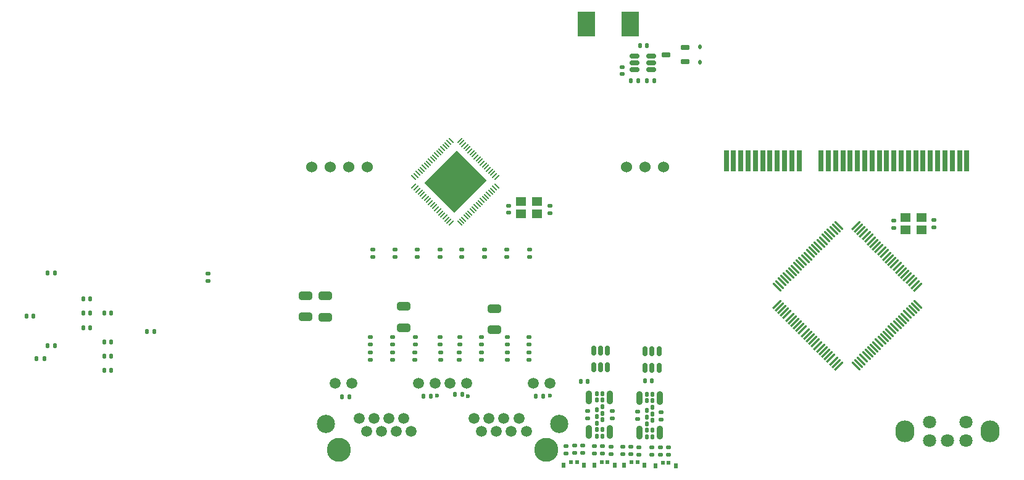
<source format=gbr>
%TF.GenerationSoftware,KiCad,Pcbnew,8.0.1*%
%TF.CreationDate,2024-05-07T15:17:13+02:00*%
%TF.ProjectId,WCH-Eth-Base,5743482d-4574-4682-9d42-6173652e6b69,rev?*%
%TF.SameCoordinates,Original*%
%TF.FileFunction,Copper,L6,Bot*%
%TF.FilePolarity,Positive*%
%FSLAX46Y46*%
G04 Gerber Fmt 4.6, Leading zero omitted, Abs format (unit mm)*
G04 Created by KiCad (PCBNEW 8.0.1) date 2024-05-07 15:17:13*
%MOMM*%
%LPD*%
G01*
G04 APERTURE LIST*
G04 Aperture macros list*
%AMRoundRect*
0 Rectangle with rounded corners*
0 $1 Rounding radius*
0 $2 $3 $4 $5 $6 $7 $8 $9 X,Y pos of 4 corners*
0 Add a 4 corners polygon primitive as box body*
4,1,4,$2,$3,$4,$5,$6,$7,$8,$9,$2,$3,0*
0 Add four circle primitives for the rounded corners*
1,1,$1+$1,$2,$3*
1,1,$1+$1,$4,$5*
1,1,$1+$1,$6,$7*
1,1,$1+$1,$8,$9*
0 Add four rect primitives between the rounded corners*
20,1,$1+$1,$2,$3,$4,$5,0*
20,1,$1+$1,$4,$5,$6,$7,0*
20,1,$1+$1,$6,$7,$8,$9,0*
20,1,$1+$1,$8,$9,$2,$3,0*%
%AMRotRect*
0 Rectangle, with rotation*
0 The origin of the aperture is its center*
0 $1 length*
0 $2 width*
0 $3 Rotation angle, in degrees counterclockwise*
0 Add horizontal line*
21,1,$1,$2,0,0,$3*%
G04 Aperture macros list end*
%TA.AperFunction,ComponentPad*%
%ADD10C,3.300000*%
%TD*%
%TA.AperFunction,ComponentPad*%
%ADD11C,1.520000*%
%TD*%
%TA.AperFunction,ComponentPad*%
%ADD12C,2.500000*%
%TD*%
%TA.AperFunction,ComponentPad*%
%ADD13O,0.550000X0.700000*%
%TD*%
%TA.AperFunction,ComponentPad*%
%ADD14O,0.900000X1.900000*%
%TD*%
%TA.AperFunction,ComponentPad*%
%ADD15O,2.600000X3.000000*%
%TD*%
%TA.AperFunction,ComponentPad*%
%ADD16C,1.800000*%
%TD*%
%TA.AperFunction,SMDPad,CuDef*%
%ADD17R,0.700000X3.000000*%
%TD*%
%TA.AperFunction,ComponentPad*%
%ADD18C,1.524000*%
%TD*%
%TA.AperFunction,SMDPad,CuDef*%
%ADD19RoundRect,0.140000X0.140000X0.170000X-0.140000X0.170000X-0.140000X-0.170000X0.140000X-0.170000X0*%
%TD*%
%TA.AperFunction,SMDPad,CuDef*%
%ADD20RoundRect,0.140000X0.170000X-0.140000X0.170000X0.140000X-0.170000X0.140000X-0.170000X-0.140000X0*%
%TD*%
%TA.AperFunction,SMDPad,CuDef*%
%ADD21RoundRect,0.135000X-0.185000X0.135000X-0.185000X-0.135000X0.185000X-0.135000X0.185000X0.135000X0*%
%TD*%
%TA.AperFunction,SMDPad,CuDef*%
%ADD22RoundRect,0.135000X0.135000X0.185000X-0.135000X0.185000X-0.135000X-0.185000X0.135000X-0.185000X0*%
%TD*%
%TA.AperFunction,SMDPad,CuDef*%
%ADD23RoundRect,0.135000X0.185000X-0.135000X0.185000X0.135000X-0.185000X0.135000X-0.185000X-0.135000X0*%
%TD*%
%TA.AperFunction,SMDPad,CuDef*%
%ADD24R,0.550000X0.800000*%
%TD*%
%TA.AperFunction,SMDPad,CuDef*%
%ADD25R,0.500000X0.500000*%
%TD*%
%TA.AperFunction,SMDPad,CuDef*%
%ADD26R,1.400000X1.200000*%
%TD*%
%TA.AperFunction,SMDPad,CuDef*%
%ADD27RoundRect,0.150000X-0.150000X0.512500X-0.150000X-0.512500X0.150000X-0.512500X0.150000X0.512500X0*%
%TD*%
%TA.AperFunction,SMDPad,CuDef*%
%ADD28RoundRect,0.150000X0.512500X0.150000X-0.512500X0.150000X-0.512500X-0.150000X0.512500X-0.150000X0*%
%TD*%
%TA.AperFunction,SMDPad,CuDef*%
%ADD29RoundRect,0.250000X0.650000X-0.325000X0.650000X0.325000X-0.650000X0.325000X-0.650000X-0.325000X0*%
%TD*%
%TA.AperFunction,SMDPad,CuDef*%
%ADD30R,2.350000X3.500000*%
%TD*%
%TA.AperFunction,SMDPad,CuDef*%
%ADD31RoundRect,0.140000X-0.170000X0.140000X-0.170000X-0.140000X0.170000X-0.140000X0.170000X0.140000X0*%
%TD*%
%TA.AperFunction,SMDPad,CuDef*%
%ADD32RoundRect,0.075000X0.459619X0.565685X-0.565685X-0.459619X-0.459619X-0.565685X0.565685X0.459619X0*%
%TD*%
%TA.AperFunction,SMDPad,CuDef*%
%ADD33RoundRect,0.075000X-0.459619X0.565685X-0.565685X0.459619X0.459619X-0.565685X0.565685X-0.459619X0*%
%TD*%
%TA.AperFunction,SMDPad,CuDef*%
%ADD34RoundRect,0.162500X0.447500X0.162500X-0.447500X0.162500X-0.447500X-0.162500X0.447500X-0.162500X0*%
%TD*%
%TA.AperFunction,SMDPad,CuDef*%
%ADD35RoundRect,0.112500X0.112500X-0.187500X0.112500X0.187500X-0.112500X0.187500X-0.112500X-0.187500X0*%
%TD*%
%TA.AperFunction,SMDPad,CuDef*%
%ADD36RoundRect,0.150000X0.150000X-0.512500X0.150000X0.512500X-0.150000X0.512500X-0.150000X-0.512500X0*%
%TD*%
%TA.AperFunction,SMDPad,CuDef*%
%ADD37RoundRect,0.050000X0.309359X-0.238649X-0.238649X0.309359X-0.309359X0.238649X0.238649X-0.309359X0*%
%TD*%
%TA.AperFunction,SMDPad,CuDef*%
%ADD38RoundRect,0.050000X0.309359X0.238649X0.238649X0.309359X-0.309359X-0.238649X-0.238649X-0.309359X0*%
%TD*%
%TA.AperFunction,HeatsinkPad*%
%ADD39RotRect,5.810000X6.310000X135.000000*%
%TD*%
%TA.AperFunction,ViaPad*%
%ADD40C,0.600000*%
%TD*%
G04 APERTURE END LIST*
D10*
%TO.P,RJ1,*%
%TO.N,*%
X6755800Y2752800D03*
X35255800Y2752800D03*
D11*
%TO.P,RJ1,1,1*%
%TO.N,Eth0_BI_DA+*%
X16675800Y5292800D03*
%TO.P,RJ1,2,2*%
%TO.N,Eth0_BI_DA-*%
X15655800Y7082800D03*
%TO.P,RJ1,3,3*%
%TO.N,Eth0_BI_DB+*%
X14635800Y5292800D03*
%TO.P,RJ1,4,4*%
%TO.N,Eth0_BI_DC+*%
X13615800Y7082800D03*
%TO.P,RJ1,5,5*%
%TO.N,Eth0_BI_DC-*%
X12595800Y5292800D03*
%TO.P,RJ1,6,6*%
%TO.N,Eth0_BI_DB-*%
X11575800Y7082800D03*
%TO.P,RJ1,7,7*%
%TO.N,Eth0_BI_DD+*%
X10555800Y5292800D03*
%TO.P,RJ1,8,8*%
%TO.N,Eth0_BI_DD-*%
X9535800Y7082800D03*
%TO.P,RJ1,9,L-*%
%TO.N,Eth1_LedL*%
X19965800Y11892800D03*
%TO.P,RJ1,10,L+*%
%TO.N,Net-(R42-Pad2)*%
X17675800Y11892800D03*
%TO.P,RJ1,11,R-*%
%TO.N,Eth1_LedR*%
X8535800Y11892800D03*
%TO.P,RJ1,12,R+*%
%TO.N,Net-(R41-Pad2)*%
X6245800Y11892800D03*
%TO.P,RJ1,13,13*%
%TO.N,Eth1_BI_DA+*%
X32475800Y5292800D03*
%TO.P,RJ1,14,14*%
%TO.N,Eth1_BI_DA-*%
X31455800Y7082800D03*
%TO.P,RJ1,15,15*%
%TO.N,Eth1_BI_DB+*%
X30435800Y5292800D03*
%TO.P,RJ1,16,16*%
%TO.N,Eth1_BI_DC+*%
X29415800Y7082800D03*
%TO.P,RJ1,17,17*%
%TO.N,Eth1_BI_DC-*%
X28395800Y5292800D03*
%TO.P,RJ1,18,18*%
%TO.N,Eth1_BI_DB-*%
X27375800Y7082800D03*
%TO.P,RJ1,19,19*%
%TO.N,Eth1_BI_DD+*%
X26355800Y5292800D03*
%TO.P,RJ1,20,20*%
%TO.N,Eth1_BI_DD-*%
X25335800Y7082800D03*
%TO.P,RJ1,21,L-*%
%TO.N,Eth0_LedL*%
X35765800Y11892800D03*
%TO.P,RJ1,22,L+*%
%TO.N,Net-(R44-Pad2)*%
X33475800Y11892800D03*
%TO.P,RJ1,23,R-*%
%TO.N,Eth0_LedR*%
X24335800Y11892800D03*
%TO.P,RJ1,24,R+*%
%TO.N,Net-(R43-Pad2)*%
X22045800Y11892800D03*
D12*
%TO.P,RJ1,25,SHELL*%
%TO.N,Earth*%
X5005800Y6322800D03*
%TO.P,RJ1,26,SHELL*%
X37005800Y6322800D03*
%TD*%
D13*
%TO.P,J4,A1,GND*%
%TO.N,GND*%
X49034000Y4510800D03*
%TO.P,J4,A4,VBUS*%
%TO.N,Net-(D10-A)*%
X49034000Y5410800D03*
%TO.P,J4,A5,CC1*%
%TO.N,Net-(J4-CC1)*%
X49034000Y6320800D03*
%TO.P,J4,A6,D+*%
%TO.N,Net-(J4-D+-PadA6)*%
X49034000Y7220800D03*
%TO.P,J4,A7,D-*%
%TO.N,Net-(J4-D--PadA7)*%
X49034000Y8120800D03*
%TO.P,J4,A9,VBUS*%
%TO.N,Net-(D10-A)*%
X49034000Y9470800D03*
%TO.P,J4,A12,GND*%
%TO.N,GND*%
X49034000Y10370800D03*
%TO.P,J4,B1,GND*%
X49784000Y10370800D03*
%TO.P,J4,B4,VBUS*%
%TO.N,Net-(D10-A)*%
X49784000Y9470800D03*
%TO.P,J4,B5,CC2*%
%TO.N,Net-(J4-CC2)*%
X49784000Y8570800D03*
%TO.P,J4,B6,D+*%
%TO.N,Net-(J4-D+-PadA6)*%
X49784000Y7670800D03*
%TO.P,J4,B7,D-*%
%TO.N,Net-(J4-D--PadA7)*%
X49784000Y6760800D03*
%TO.P,J4,B9,VBUS*%
%TO.N,Net-(D10-A)*%
X49784000Y5410800D03*
%TO.P,J4,B12,GND*%
%TO.N,GND*%
X49784000Y4510800D03*
D14*
%TO.P,J4,SH1*%
%TO.N,N/C*%
X50834000Y9870800D03*
X50834000Y5070800D03*
%TO.P,J4,SH2*%
X47974000Y9870800D03*
X47974000Y5070800D03*
%TD*%
D13*
%TO.P,J5,A1,GND*%
%TO.N,GND*%
X42150600Y4601400D03*
%TO.P,J5,A4,VBUS*%
%TO.N,Net-(D11-A)*%
X42150600Y5501400D03*
%TO.P,J5,A5,CC1*%
%TO.N,Net-(J5-CC1)*%
X42150600Y6411400D03*
%TO.P,J5,A6,D+*%
%TO.N,Net-(J5-D+-PadA6)*%
X42150600Y7311400D03*
%TO.P,J5,A7,D-*%
%TO.N,Net-(J5-D--PadA7)*%
X42150600Y8211400D03*
%TO.P,J5,A9,VBUS*%
%TO.N,Net-(D11-A)*%
X42150600Y9561400D03*
%TO.P,J5,A12,GND*%
%TO.N,GND*%
X42150600Y10461400D03*
%TO.P,J5,B1,GND*%
X42900600Y10461400D03*
%TO.P,J5,B4,VBUS*%
%TO.N,Net-(D11-A)*%
X42900600Y9561400D03*
%TO.P,J5,B5,CC2*%
%TO.N,Net-(J5-CC2)*%
X42900600Y8661400D03*
%TO.P,J5,B6,D+*%
%TO.N,Net-(J5-D+-PadA6)*%
X42900600Y7761400D03*
%TO.P,J5,B7,D-*%
%TO.N,Net-(J5-D--PadA7)*%
X42900600Y6851400D03*
%TO.P,J5,B9,VBUS*%
%TO.N,Net-(D11-A)*%
X42900600Y5501400D03*
%TO.P,J5,B12,GND*%
%TO.N,GND*%
X42900600Y4601400D03*
D14*
%TO.P,J5,SH1*%
%TO.N,N/C*%
X43950600Y9961400D03*
X43950600Y5161400D03*
%TO.P,J5,SH2*%
X41090600Y9961400D03*
X41090600Y5161400D03*
%TD*%
D15*
%TO.P,SW3,*%
%TO.N,*%
X96121600Y5258000D03*
X84421600Y5258000D03*
D16*
%TO.P,SW3,A,A*%
%TO.N,EncoderA*%
X87771600Y4008000D03*
%TO.P,SW3,B,B*%
%TO.N,EncoderB*%
X92771600Y4008000D03*
%TO.P,SW3,C,C*%
%TO.N,GND*%
X90271600Y4008000D03*
%TO.P,SW3,S1,S1*%
%TO.N,EncoderS1*%
X87771600Y6508000D03*
%TO.P,SW3,S2,S2*%
%TO.N,GND*%
X92771600Y6508000D03*
%TD*%
D17*
%TO.P,J1,33,Pin_33*%
%TO.N,+3.3V*%
X59906600Y42400000D03*
%TO.P,J1,34,Pin_34*%
X60906600Y42400000D03*
%TO.P,J1,35,Pin_35*%
%TO.N,PD15*%
X61906600Y42400000D03*
%TO.P,J1,36,Pin_36*%
%TO.N,PD14*%
X62906600Y42400000D03*
%TO.P,J1,37,Pin_37*%
%TO.N,PD13*%
X63906600Y42400000D03*
%TO.P,J1,38,Pin_38*%
%TO.N,PD12*%
X64906600Y42400000D03*
%TO.P,J1,39,Pin_39*%
%TO.N,PD11*%
X65906600Y42400000D03*
%TO.P,J1,40,Pin_40*%
%TO.N,PD10*%
X66906600Y42400000D03*
%TO.P,J1,41,Pin_41*%
%TO.N,PD9*%
X67906600Y42400000D03*
%TO.P,J1,42,Pin_42*%
%TO.N,PD8*%
X68906600Y42400000D03*
%TO.P,J1,43,Pin_43*%
%TO.N,PD7*%
X69906600Y42400000D03*
%TO.P,J1,44,Pin_44*%
%TO.N,PD6*%
X72906600Y42400000D03*
%TO.P,J1,45,Pin_45*%
%TO.N,PD5*%
X73906600Y42400000D03*
%TO.P,J1,46,Pin_46*%
%TO.N,PD4*%
X74906600Y42400000D03*
%TO.P,J1,47,Pin_47*%
%TO.N,PD3*%
X75906600Y42400000D03*
%TO.P,J1,48,Pin_48*%
%TO.N,PD2*%
X76906600Y42400000D03*
%TO.P,J1,49,Pin_49*%
%TO.N,PD1*%
X77906600Y42400000D03*
%TO.P,J1,50,Pin_50*%
%TO.N,PD0*%
X78906600Y42400000D03*
%TO.P,J1,51,Pin_51*%
%TO.N,PB15*%
X79906600Y42400000D03*
%TO.P,J1,52,Pin_52*%
%TO.N,PB14*%
X80906600Y42400000D03*
%TO.P,J1,53,Pin_53*%
%TO.N,PB13*%
X81906600Y42400000D03*
%TO.P,J1,54,Pin_54*%
%TO.N,PB12*%
X82906600Y42400000D03*
%TO.P,J1,55,Pin_55*%
%TO.N,PB11*%
X83906600Y42400000D03*
%TO.P,J1,56,Pin_56*%
%TO.N,PB10*%
X84906600Y42400000D03*
%TO.P,J1,57,Pin_57*%
%TO.N,PB9*%
X85906600Y42400000D03*
%TO.P,J1,58,Pin_58*%
%TO.N,PB8*%
X86906600Y42400000D03*
%TO.P,J1,59,Pin_59*%
%TO.N,VCC*%
X87906600Y42400000D03*
%TO.P,J1,60,Pin_60*%
X88906600Y42400000D03*
%TO.P,J1,61,Pin_61*%
%TO.N,GND*%
X89906600Y42400000D03*
%TO.P,J1,62,Pin_62*%
%TO.N,+3.3V*%
X90906600Y42400000D03*
%TO.P,J1,63,Pin_63*%
X91906600Y42400000D03*
%TO.P,J1,64,Pin_64*%
X92906600Y42400000D03*
%TD*%
D18*
%TO.P,U4,1,B1*%
%TO.N,Net-(C20-Pad1)*%
X3033400Y41630600D03*
%TO.P,U4,2,B1*%
%TO.N,Net-(C21-Pad1)*%
X5573400Y41630600D03*
%TO.P,U4,3,B2*%
%TO.N,Net-(C23-Pad1)*%
X8113400Y41630600D03*
%TO.P,U4,4,B2*%
%TO.N,Net-(C24-Pad1)*%
X10653400Y41630600D03*
%TO.P,U4,5,V-*%
%TO.N,GND*%
X46253400Y41630600D03*
%TO.P,U4,6,V+*%
%TO.N,+12V*%
X48793400Y41630600D03*
%TO.P,U4,7,Adj*%
%TO.N,unconnected-(U4-Adj-Pad7)*%
X51333400Y41630600D03*
%TD*%
D19*
%TO.P,C5,1*%
%TO.N,+3.3V*%
X-24437400Y15595600D03*
%TO.P,C5,2*%
%TO.N,GND*%
X-25397400Y15595600D03*
%TD*%
D20*
%TO.P,C23,1*%
%TO.N,Net-(C23-Pad1)*%
X17221200Y15118200D03*
%TO.P,C23,2*%
%TO.N,Net-(C23-Pad2)*%
X17221200Y16078200D03*
%TD*%
D21*
%TO.P,R29,1*%
%TO.N,+3.3V*%
X26771600Y30228000D03*
%TO.P,R29,2*%
%TO.N,Net-(L2-Pad7)*%
X26771600Y29208000D03*
%TD*%
D20*
%TO.P,C21,1*%
%TO.N,Net-(C21-Pad1)*%
X14122400Y15118200D03*
%TO.P,C21,2*%
%TO.N,Net-(C21-Pad2)*%
X14122400Y16078200D03*
%TD*%
%TO.P,C25,1*%
%TO.N,Net-(C25-Pad1)*%
X23317200Y15118200D03*
%TO.P,C25,2*%
%TO.N,Net-(C25-Pad2)*%
X23317200Y16078200D03*
%TD*%
D22*
%TO.P,R43,1*%
%TO.N,+3.3V*%
X23674800Y10312400D03*
%TO.P,R43,2*%
%TO.N,Net-(R43-Pad2)*%
X22654800Y10312400D03*
%TD*%
D19*
%TO.P,C11,1*%
%TO.N,VBUS*%
X40914200Y12141200D03*
%TO.P,C11,2*%
%TO.N,GND*%
X39954200Y12141200D03*
%TD*%
D23*
%TO.P,R18,1*%
%TO.N,Net-(D12-A)*%
X-11150600Y25908000D03*
%TO.P,R18,2*%
%TO.N,GND*%
X-11150600Y26928000D03*
%TD*%
D24*
%TO.P,D13,1,A*%
%TO.N,+3.3V*%
X40414400Y629947D03*
%TO.P,D13,2,RK*%
%TO.N,Net-(D13-RK)*%
X37614400Y629947D03*
D25*
%TO.P,D13,3,GK*%
%TO.N,Net-(D13-GK)*%
X38614400Y1029947D03*
%TO.P,D13,4,BK*%
%TO.N,Net-(D13-BK)*%
X39414400Y1029947D03*
%TD*%
D26*
%TO.P,Y2,1,1*%
%TO.N,Net-(IC1-XTALO)*%
X33985200Y35128200D03*
%TO.P,Y2,2,2*%
%TO.N,GND*%
X31785200Y35128200D03*
%TO.P,Y2,3,3*%
%TO.N,Net-(IC1-XTALI)*%
X31785200Y36828200D03*
%TO.P,Y2,4,4*%
%TO.N,GND*%
X33985200Y36828200D03*
%TD*%
D27*
%TO.P,U3,1*%
%TO.N,USB1DN*%
X41696600Y16326700D03*
%TO.P,U3,2*%
%TO.N,GND*%
X42646600Y16326700D03*
%TO.P,U3,3*%
%TO.N,USB1DP*%
X43596600Y16326700D03*
%TO.P,U3,4*%
%TO.N,Net-(J5-D+-PadA6)*%
X43596600Y14051700D03*
%TO.P,U3,5*%
%TO.N,+3.3V*%
X42646600Y14051700D03*
%TO.P,U3,6*%
%TO.N,Net-(J5-D--PadA7)*%
X41696600Y14051700D03*
%TD*%
D24*
%TO.P,D1,1,A*%
%TO.N,+3.3V*%
X44605400Y655347D03*
%TO.P,D1,2,RK*%
%TO.N,Net-(D1-RK)*%
X41805400Y655347D03*
D25*
%TO.P,D1,3,GK*%
%TO.N,Net-(D1-GK)*%
X42805400Y1055347D03*
%TO.P,D1,4,BK*%
%TO.N,Net-(D1-BK)*%
X43605400Y1055347D03*
%TD*%
D23*
%TO.P,R3,1*%
%TO.N,Net-(D1-BK)*%
X44119800Y2157000D03*
%TO.P,R3,2*%
%TO.N,StateLED0*%
X44119800Y3177000D03*
%TD*%
D22*
%TO.P,R20,1*%
%TO.N,GND*%
X50014600Y53441600D03*
%TO.P,R20,2*%
%TO.N,Net-(IC3-FB)*%
X48994600Y53441600D03*
%TD*%
D23*
%TO.P,R33,1*%
%TO.N,Net-(C21-Pad2)*%
X14097000Y17219200D03*
%TO.P,R33,2*%
%TO.N,Net-(C22-Pad1)*%
X14097000Y18239200D03*
%TD*%
%TO.P,R32,1*%
%TO.N,Net-(C20-Pad2)*%
X11074400Y17219200D03*
%TO.P,R32,2*%
%TO.N,Net-(C22-Pad1)*%
X11074400Y18239200D03*
%TD*%
D28*
%TO.P,IC3,1,CB*%
%TO.N,Net-(IC3-CB)*%
X49580800Y56840200D03*
%TO.P,IC3,2,GND*%
%TO.N,GND*%
X49580800Y55890200D03*
%TO.P,IC3,3,FB*%
%TO.N,Net-(IC3-FB)*%
X49580800Y54940200D03*
%TO.P,IC3,4,EN*%
%TO.N,Net-(D12-K)*%
X47305800Y54940200D03*
%TO.P,IC3,5,IN*%
X47305800Y55890200D03*
%TO.P,IC3,6,SW*%
%TO.N,Net-(IC3-SW)*%
X47305800Y56840200D03*
%TD*%
D20*
%TO.P,C29,1*%
%TO.N,Net-(C29-Pad1)*%
X32842200Y15118200D03*
%TO.P,C29,2*%
%TO.N,Net-(C29-Pad2)*%
X32842200Y16078200D03*
%TD*%
D21*
%TO.P,R25,1*%
%TO.N,+3.3V*%
X14478000Y30228000D03*
%TO.P,R25,2*%
%TO.N,Net-(L2-Pad19)*%
X14478000Y29208000D03*
%TD*%
D23*
%TO.P,R2,1*%
%TO.N,Net-(D1-GK)*%
X42951400Y2182400D03*
%TO.P,R2,2*%
%TO.N,StateLED0*%
X42951400Y3202400D03*
%TD*%
D21*
%TO.P,R28,1*%
%TO.N,+3.3V*%
X23647400Y30228000D03*
%TO.P,R28,2*%
%TO.N,Net-(L2-Pad10)*%
X23647400Y29208000D03*
%TD*%
D29*
%TO.P,C30,1*%
%TO.N,Earth*%
X4902200Y20953200D03*
%TO.P,C30,2*%
%TO.N,GND*%
X4902200Y23903200D03*
%TD*%
D30*
%TO.P,L1,1,1*%
%TO.N,Net-(IC3-SW)*%
X46763800Y61239400D03*
%TO.P,L1,2,2*%
%TO.N,+3.3V*%
X40713800Y61239400D03*
%TD*%
D22*
%TO.P,R44,1*%
%TO.N,+3.3V*%
X34800000Y10109200D03*
%TO.P,R44,2*%
%TO.N,Net-(R44-Pad2)*%
X33780000Y10109200D03*
%TD*%
D23*
%TO.P,R37,1*%
%TO.N,Net-(C26-Pad2)*%
X26339800Y17219200D03*
%TO.P,R37,2*%
%TO.N,Net-(C27-Pad1)*%
X26339800Y18239200D03*
%TD*%
D29*
%TO.P,C22,1*%
%TO.N,Net-(C22-Pad1)*%
X15646400Y19530800D03*
%TO.P,C22,2*%
%TO.N,Earth*%
X15646400Y22480800D03*
%TD*%
D22*
%TO.P,R11,1*%
%TO.N,+3.3V*%
X-32205200Y26993400D03*
%TO.P,R11,2*%
%TO.N,nRst*%
X-33225200Y26993400D03*
%TD*%
D20*
%TO.P,C26,1*%
%TO.N,Net-(C26-Pad1)*%
X26339800Y15118200D03*
%TO.P,C26,2*%
%TO.N,Net-(C26-Pad2)*%
X26339800Y16078200D03*
%TD*%
D31*
%TO.P,C3,1*%
%TO.N,Net-(U1-OSC_OUT)*%
X88399800Y34273800D03*
%TO.P,C3,2*%
%TO.N,GND*%
X88399800Y33313800D03*
%TD*%
D23*
%TO.P,R34,1*%
%TO.N,Net-(C23-Pad2)*%
X17246600Y17219200D03*
%TO.P,R34,2*%
%TO.N,Net-(C22-Pad1)*%
X17246600Y18239200D03*
%TD*%
D22*
%TO.P,R16,1*%
%TO.N,+3.3V*%
X-32205200Y17043400D03*
%TO.P,R16,2*%
%TO.N,ETH_SCK*%
X-33225200Y17043400D03*
%TD*%
D23*
%TO.P,R5,1*%
%TO.N,Net-(D2-GK)*%
X46837600Y2106200D03*
%TO.P,R5,2*%
%TO.N,StateLED1*%
X46837600Y3126200D03*
%TD*%
%TO.P,R35,1*%
%TO.N,Net-(C24-Pad2)*%
X20675600Y17219200D03*
%TO.P,R35,2*%
%TO.N,Net-(C22-Pad1)*%
X20675600Y18239200D03*
%TD*%
D22*
%TO.P,R8,1*%
%TO.N,Net-(U1-BOOT0)*%
X-18557400Y19025600D03*
%TO.P,R8,2*%
%TO.N,GND*%
X-19577400Y19025600D03*
%TD*%
D23*
%TO.P,R9,1*%
%TO.N,Net-(D3-GK)*%
X50901600Y2082800D03*
%TO.P,R9,2*%
%TO.N,StateLED2*%
X50901600Y3102800D03*
%TD*%
D19*
%TO.P,C9,1*%
%TO.N,+3.3V*%
X-27307400Y19535600D03*
%TO.P,C9,2*%
%TO.N,GND*%
X-28267400Y19535600D03*
%TD*%
D20*
%TO.P,C20,1*%
%TO.N,Net-(C20-Pad1)*%
X11099800Y15118200D03*
%TO.P,C20,2*%
%TO.N,Net-(C20-Pad2)*%
X11099800Y16078200D03*
%TD*%
D21*
%TO.P,R14,1*%
%TO.N,GND*%
X40868600Y8053800D03*
%TO.P,R14,2*%
%TO.N,Net-(J5-CC1)*%
X40868600Y7033800D03*
%TD*%
%TO.P,R24,1*%
%TO.N,+3.3V*%
X11455400Y30228000D03*
%TO.P,R24,2*%
%TO.N,Net-(L2-Pad22)*%
X11455400Y29208000D03*
%TD*%
D24*
%TO.P,D2,1,A*%
%TO.N,+3.3V*%
X48720200Y629947D03*
%TO.P,D2,2,RK*%
%TO.N,Net-(D2-RK)*%
X45920200Y629947D03*
D25*
%TO.P,D2,3,GK*%
%TO.N,Net-(D2-GK)*%
X46920200Y1029947D03*
%TO.P,D2,4,BK*%
%TO.N,Net-(D2-BK)*%
X47720200Y1029947D03*
%TD*%
D19*
%TO.P,C17,1*%
%TO.N,+3.3V*%
X-35125200Y21113400D03*
%TO.P,C17,2*%
%TO.N,GND*%
X-36085200Y21113400D03*
%TD*%
D23*
%TO.P,R1,1*%
%TO.N,Net-(D1-RK)*%
X41808400Y2182400D03*
%TO.P,R1,2*%
%TO.N,StateLED0*%
X41808400Y3202400D03*
%TD*%
%TO.P,R10,1*%
%TO.N,Net-(D3-BK)*%
X52019200Y2057400D03*
%TO.P,R10,2*%
%TO.N,StateLED2*%
X52019200Y3077400D03*
%TD*%
D21*
%TO.P,R12,1*%
%TO.N,GND*%
X47777400Y8003000D03*
%TO.P,R12,2*%
%TO.N,Net-(J4-CC1)*%
X47777400Y6983000D03*
%TD*%
D23*
%TO.P,R39,1*%
%TO.N,Net-(C29-Pad2)*%
X32842200Y17219200D03*
%TO.P,R39,2*%
%TO.N,Net-(C27-Pad1)*%
X32842200Y18239200D03*
%TD*%
D29*
%TO.P,R40,1*%
%TO.N,Earth*%
X2209800Y20978600D03*
%TO.P,R40,2*%
%TO.N,GND*%
X2209800Y23928600D03*
%TD*%
D21*
%TO.P,R27,1*%
%TO.N,+3.3V*%
X20650200Y30228000D03*
%TO.P,R27,2*%
%TO.N,Net-(L2-Pad13)*%
X20650200Y29208000D03*
%TD*%
D23*
%TO.P,R38,1*%
%TO.N,Net-(C28-Pad2)*%
X29921200Y17219200D03*
%TO.P,R38,2*%
%TO.N,Net-(C27-Pad1)*%
X29921200Y18239200D03*
%TD*%
D32*
%TO.P,U1,1,PE2*%
%TO.N,PE2*%
X77710404Y33588485D03*
%TO.P,U1,2,PE3*%
%TO.N,PE3*%
X78063957Y33234932D03*
%TO.P,U1,3,PE4*%
%TO.N,PE4*%
X78417511Y32881378D03*
%TO.P,U1,4,PE5*%
%TO.N,PE5*%
X78771064Y32527825D03*
%TO.P,U1,5,PE6*%
%TO.N,PE6*%
X79124617Y32174272D03*
%TO.P,U1,6,VBAT*%
%TO.N,unconnected-(U1-VBAT-Pad6)*%
X79478171Y31820718D03*
%TO.P,U1,7,PC13/TAMPER-RTC*%
%TO.N,unconnected-(U1-PC13{slash}TAMPER-RTC-Pad7)*%
X79831724Y31467165D03*
%TO.P,U1,8,PC14/OSC32IN*%
%TO.N,unconnected-(U1-PC14{slash}OSC32IN-Pad8)*%
X80185278Y31113611D03*
%TO.P,U1,9,PC15/OSC32OUT*%
%TO.N,unconnected-(U1-PC15{slash}OSC32OUT-Pad9)*%
X80538831Y30760058D03*
%TO.P,U1,10,VSS*%
%TO.N,GND*%
X80892384Y30406505D03*
%TO.P,U1,11,VDD*%
%TO.N,+3.3V*%
X81245938Y30052951D03*
%TO.P,U1,12,OSC_IN*%
%TO.N,Net-(U1-OSC_IN)*%
X81599491Y29699398D03*
%TO.P,U1,13,OSC_OUT*%
%TO.N,Net-(U1-OSC_OUT)*%
X81953045Y29345845D03*
%TO.P,U1,14,NRST*%
%TO.N,nRst*%
X82306598Y28992291D03*
%TO.P,U1,15,PC0/ADC10*%
%TO.N,RGMII_RXC*%
X82660151Y28638738D03*
%TO.P,U1,16,PC1/ADC11*%
%TO.N,RGMII_RXCTL*%
X83013705Y28285184D03*
%TO.P,U1,17,PC2/ADC12*%
%TO.N,RGMII_RXD0*%
X83367258Y27931631D03*
%TO.P,U1,18,PC3/ADC13*%
%TO.N,RGMII_RXD1*%
X83720811Y27578078D03*
%TO.P,U1,19,VSSA*%
%TO.N,GND*%
X84074365Y27224524D03*
%TO.P,U1,20,VREF-*%
%TO.N,unconnected-(U1-VREF--Pad20)*%
X84427918Y26870971D03*
%TO.P,U1,21,VREF+*%
%TO.N,unconnected-(U1-VREF+-Pad21)*%
X84781472Y26517417D03*
%TO.P,U1,22,VDDA*%
%TO.N,+3.3V*%
X85135025Y26163864D03*
%TO.P,U1,23,PA0/WKUP/ADC0*%
%TO.N,RGMII_RXD2*%
X85488578Y25810311D03*
%TO.P,U1,24,PA1/ADC1*%
%TO.N,RGMII_RXD3*%
X85842132Y25456757D03*
%TO.P,U1,25,PA2/ADC2*%
%TO.N,RGMII_GTXC*%
X86195685Y25103204D03*
D33*
%TO.P,U1,26,PA3/ADC3*%
%TO.N,RGMII_TXEN*%
X86195685Y22734396D03*
%TO.P,U1,27,VSS*%
%TO.N,GND*%
X85842132Y22380843D03*
%TO.P,U1,28,VDD*%
%TO.N,+3.3V*%
X85488578Y22027289D03*
%TO.P,U1,29,PA4/ADC4/DAC0*%
%TO.N,unconnected-(U1-PA4{slash}ADC4{slash}DAC0-Pad29)*%
X85135025Y21673736D03*
%TO.P,U1,30,PA5/ADC5/DAC1*%
%TO.N,unconnected-(U1-PA5{slash}ADC5{slash}DAC1-Pad30)*%
X84781472Y21320183D03*
%TO.P,U1,31,PA6/ADC6*%
%TO.N,unconnected-(U1-PA6{slash}ADC6-Pad31)*%
X84427918Y20966629D03*
%TO.P,U1,32,PA7/ADC7*%
%TO.N,RGMII_TXD0*%
X84074365Y20613076D03*
%TO.P,U1,33,PC4/ADC14*%
%TO.N,RGMII_TXD1*%
X83720811Y20259522D03*
%TO.P,U1,34,PC5/ADC15*%
%TO.N,RGMII_TXD2*%
X83367258Y19905969D03*
%TO.P,U1,35,PB0/ADC8*%
%TO.N,RGMII_TXD3*%
X83013705Y19552416D03*
%TO.P,U1,36,PB1/ADC9*%
%TO.N,RGMII_125IN*%
X82660151Y19198862D03*
%TO.P,U1,37,PB2/BOOT1*%
%TO.N,BOOT1*%
X82306598Y18845309D03*
%TO.P,U1,38,PE7*%
%TO.N,PE7*%
X81953045Y18491755D03*
%TO.P,U1,39,PE8*%
%TO.N,PE8*%
X81599491Y18138202D03*
%TO.P,U1,40,PE9*%
%TO.N,PE9*%
X81245938Y17784649D03*
%TO.P,U1,41,PE10*%
%TO.N,PE10*%
X80892384Y17431095D03*
%TO.P,U1,42,PE11*%
%TO.N,PE11*%
X80538831Y17077542D03*
%TO.P,U1,43,PE12*%
%TO.N,PE12*%
X80185278Y16723989D03*
%TO.P,U1,44,PE13*%
%TO.N,PE13*%
X79831724Y16370435D03*
%TO.P,U1,45,PE14*%
%TO.N,PE14*%
X79478171Y16016882D03*
%TO.P,U1,46,PE15*%
%TO.N,PE15*%
X79124617Y15663328D03*
%TO.P,U1,47,PB10*%
%TO.N,PB10*%
X78771064Y15309775D03*
%TO.P,U1,48,PB11*%
%TO.N,PB11*%
X78417511Y14956222D03*
%TO.P,U1,49,VSS*%
%TO.N,GND*%
X78063957Y14602668D03*
%TO.P,U1,50,VDD*%
%TO.N,+3.3V*%
X77710404Y14249115D03*
D32*
%TO.P,U1,51,PB12*%
%TO.N,PB12*%
X75341596Y14249115D03*
%TO.P,U1,52,PB13*%
%TO.N,PB13*%
X74988043Y14602668D03*
%TO.P,U1,53,PB14*%
%TO.N,PB14*%
X74634489Y14956222D03*
%TO.P,U1,54,PB15*%
%TO.N,PB15*%
X74280936Y15309775D03*
%TO.P,U1,55,PD8*%
%TO.N,PD8*%
X73927383Y15663328D03*
%TO.P,U1,56,PD9*%
%TO.N,PD9*%
X73573829Y16016882D03*
%TO.P,U1,57,PD10*%
%TO.N,PD10*%
X73220276Y16370435D03*
%TO.P,U1,58,PD11*%
%TO.N,PD11*%
X72866722Y16723989D03*
%TO.P,U1,59,PD12*%
%TO.N,PD12*%
X72513169Y17077542D03*
%TO.P,U1,60,PD13*%
%TO.N,PD13*%
X72159616Y17431095D03*
%TO.P,U1,61,PD14*%
%TO.N,PD14*%
X71806062Y17784649D03*
%TO.P,U1,62,PD14*%
%TO.N,PD15*%
X71452509Y18138202D03*
%TO.P,U1,63,PC6/RXP*%
%TO.N,unconnected-(U1-PC6{slash}RXP-Pad63)*%
X71098955Y18491755D03*
%TO.P,U1,64,PC7/RXN*%
%TO.N,unconnected-(U1-PC7{slash}RXN-Pad64)*%
X70745402Y18845309D03*
%TO.P,U1,65,PC8/TXP*%
%TO.N,unconnected-(U1-PC8{slash}TXP-Pad65)*%
X70391849Y19198862D03*
%TO.P,U1,66,PC9/TXN*%
%TO.N,unconnected-(U1-PC9{slash}TXN-Pad66)*%
X70038295Y19552416D03*
%TO.P,U1,67,PA8*%
%TO.N,unconnected-(U1-PA8-Pad67)*%
X69684742Y19905969D03*
%TO.P,U1,68,PA9*%
%TO.N,unconnected-(U1-PA9-Pad68)*%
X69331189Y20259522D03*
%TO.P,U1,69,PA10*%
%TO.N,unconnected-(U1-PA10-Pad69)*%
X68977635Y20613076D03*
%TO.P,U1,70,PA11/USB1DM*%
%TO.N,USB1DN*%
X68624082Y20966629D03*
%TO.P,U1,71,PA12/USB1DP*%
%TO.N,USB1DP*%
X68270528Y21320183D03*
%TO.P,U1,72,PA13/SWDIO*%
%TO.N,SWDIO*%
X67916975Y21673736D03*
%TO.P,U1,73,NC*%
%TO.N,unconnected-(U1-NC-Pad73)*%
X67563422Y22027289D03*
%TO.P,U1,74,VSS*%
%TO.N,GND*%
X67209868Y22380843D03*
%TO.P,U1,75,VDD*%
%TO.N,+3.3V*%
X66856315Y22734396D03*
D33*
%TO.P,U1,76,PA14/SWCLK*%
%TO.N,SWCLK*%
X66856315Y25103204D03*
%TO.P,U1,77,PA15*%
%TO.N,unconnected-(U1-PA15-Pad77)*%
X67209868Y25456757D03*
%TO.P,U1,78,PC10*%
%TO.N,PC10*%
X67563422Y25810311D03*
%TO.P,U1,79,PC11*%
%TO.N,PC11*%
X67916975Y26163864D03*
%TO.P,U1,80,PC12*%
%TO.N,PC12*%
X68270528Y26517417D03*
%TO.P,U1,81,PD0*%
%TO.N,PD0*%
X68624082Y26870971D03*
%TO.P,U1,82,PD1*%
%TO.N,PD1*%
X68977635Y27224524D03*
%TO.P,U1,83,PD2*%
%TO.N,PD2*%
X69331189Y27578078D03*
%TO.P,U1,84,PD3*%
%TO.N,PD3*%
X69684742Y27931631D03*
%TO.P,U1,85,PD4*%
%TO.N,PD4*%
X70038295Y28285184D03*
%TO.P,U1,86,PD5*%
%TO.N,PD5*%
X70391849Y28638738D03*
%TO.P,U1,87,PD6*%
%TO.N,PD6*%
X70745402Y28992291D03*
%TO.P,U1,88,PD7*%
%TO.N,PD7*%
X71098955Y29345845D03*
%TO.P,U1,89,PB3*%
%TO.N,unconnected-(U1-PB3-Pad89)*%
X71452509Y29699398D03*
%TO.P,U1,90,PB4*%
%TO.N,unconnected-(U1-PB4-Pad90)*%
X71806062Y30052951D03*
%TO.P,U1,91,PB5*%
%TO.N,unconnected-(U1-PB5-Pad91)*%
X72159616Y30406505D03*
%TO.P,U1,92,PB6/USB2DM*%
%TO.N,USB2DN*%
X72513169Y30760058D03*
%TO.P,U1,93,PB7/USB2DP*%
%TO.N,USB2DP*%
X72866722Y31113611D03*
%TO.P,U1,94,BOOT0*%
%TO.N,Net-(U1-BOOT0)*%
X73220276Y31467165D03*
%TO.P,U1,95,PB8*%
%TO.N,PB8*%
X73573829Y31820718D03*
%TO.P,U1,96,PB9*%
%TO.N,PB9*%
X73927383Y32174272D03*
%TO.P,U1,97,PE0*%
%TO.N,PE0*%
X74280936Y32527825D03*
%TO.P,U1,98,PE1*%
%TO.N,PE1*%
X74634489Y32881378D03*
%TO.P,U1,99,VSS*%
%TO.N,GND*%
X74988043Y33234932D03*
%TO.P,U1,100,VDD*%
%TO.N,+3.3V*%
X75341596Y33588485D03*
%TD*%
D19*
%TO.P,C4,1*%
%TO.N,+3.3V*%
X-24437400Y17565600D03*
%TO.P,C4,2*%
%TO.N,GND*%
X-25397400Y17565600D03*
%TD*%
D20*
%TO.P,C12,1*%
%TO.N,Net-(IC1-XTALO)*%
X35737800Y35283200D03*
%TO.P,C12,2*%
%TO.N,GND*%
X35737800Y36243200D03*
%TD*%
D22*
%TO.P,R19,1*%
%TO.N,Net-(IC3-FB)*%
X47830200Y53467000D03*
%TO.P,R19,2*%
%TO.N,+3.3V*%
X46810200Y53467000D03*
%TD*%
D31*
%TO.P,C13,1*%
%TO.N,Net-(IC1-XTALI)*%
X30022800Y36294000D03*
%TO.P,C13,2*%
%TO.N,GND*%
X30022800Y35334000D03*
%TD*%
D23*
%TO.P,R36,1*%
%TO.N,Net-(C25-Pad2)*%
X23368000Y17219200D03*
%TO.P,R36,2*%
%TO.N,Net-(C27-Pad1)*%
X23368000Y18239200D03*
%TD*%
D19*
%TO.P,C7,1*%
%TO.N,+3.3V*%
X-27307400Y23475600D03*
%TO.P,C7,2*%
%TO.N,GND*%
X-28267400Y23475600D03*
%TD*%
D29*
%TO.P,C27,1*%
%TO.N,Net-(C27-Pad1)*%
X28117800Y19200600D03*
%TO.P,C27,2*%
%TO.N,Earth*%
X28117800Y22150600D03*
%TD*%
D19*
%TO.P,C16,1*%
%TO.N,Net-(IC3-CB)*%
X49042200Y58267600D03*
%TO.P,C16,2*%
%TO.N,Net-(IC3-SW)*%
X48082200Y58267600D03*
%TD*%
D34*
%TO.P,Q1,1,G*%
%TO.N,Net-(D12-A)*%
X54305200Y57983200D03*
%TO.P,Q1,2,S*%
%TO.N,Net-(D12-K)*%
X54305200Y56083200D03*
%TO.P,Q1,3,D*%
%TO.N,VCC*%
X51685200Y57033200D03*
%TD*%
D24*
%TO.P,D3,1,A*%
%TO.N,+3.3V*%
X52987400Y553747D03*
%TO.P,D3,2,RK*%
%TO.N,Net-(D3-RK)*%
X50187400Y553747D03*
D25*
%TO.P,D3,3,GK*%
%TO.N,Net-(D3-GK)*%
X51187400Y953747D03*
%TO.P,D3,4,BK*%
%TO.N,Net-(D3-BK)*%
X51987400Y953747D03*
%TD*%
D35*
%TO.P,D12,1,K*%
%TO.N,Net-(D12-K)*%
X56321300Y55995300D03*
%TO.P,D12,2,A*%
%TO.N,Net-(D12-A)*%
X56321300Y58095300D03*
%TD*%
D23*
%TO.P,R13,1*%
%TO.N,GND*%
X50927000Y6881400D03*
%TO.P,R13,2*%
%TO.N,Net-(J4-CC2)*%
X50927000Y7901400D03*
%TD*%
D19*
%TO.P,C6,1*%
%TO.N,+3.3V*%
X-24437400Y13625600D03*
%TO.P,C6,2*%
%TO.N,GND*%
X-25397400Y13625600D03*
%TD*%
D21*
%TO.P,R31,1*%
%TO.N,+3.3V*%
X32943800Y30228000D03*
%TO.P,R31,2*%
%TO.N,Net-(L2-Pad1)*%
X32943800Y29208000D03*
%TD*%
D23*
%TO.P,R21,1*%
%TO.N,Net-(D13-RK)*%
X37947600Y2258600D03*
%TO.P,R21,2*%
%TO.N,GND*%
X37947600Y3278600D03*
%TD*%
D22*
%TO.P,R42,1*%
%TO.N,+3.3V*%
X19407600Y10058400D03*
%TO.P,R42,2*%
%TO.N,Net-(R42-Pad2)*%
X18387600Y10058400D03*
%TD*%
D20*
%TO.P,C28,1*%
%TO.N,Net-(C28-Pad1)*%
X29870400Y15118200D03*
%TO.P,C28,2*%
%TO.N,Net-(C28-Pad2)*%
X29870400Y16078200D03*
%TD*%
D31*
%TO.P,C14,1*%
%TO.N,Net-(D12-K)*%
X45643800Y55344000D03*
%TO.P,C14,2*%
%TO.N,GND*%
X45643800Y54384000D03*
%TD*%
D22*
%TO.P,R41,1*%
%TO.N,+3.3V*%
X8233600Y10007600D03*
%TO.P,R41,2*%
%TO.N,Net-(R41-Pad2)*%
X7213600Y10007600D03*
%TD*%
D23*
%TO.P,R7,1*%
%TO.N,Net-(D3-RK)*%
X49733200Y2082800D03*
%TO.P,R7,2*%
%TO.N,StateLED2*%
X49733200Y3102800D03*
%TD*%
%TO.P,R23,1*%
%TO.N,Net-(D13-BK)*%
X40233600Y2284000D03*
%TO.P,R23,2*%
%TO.N,GND*%
X40233600Y3304000D03*
%TD*%
D20*
%TO.P,C24,1*%
%TO.N,Net-(C24-Pad1)*%
X20701000Y15118200D03*
%TO.P,C24,2*%
%TO.N,Net-(C24-Pad2)*%
X20701000Y16078200D03*
%TD*%
D23*
%TO.P,R4,1*%
%TO.N,Net-(D2-RK)*%
X45745400Y2106200D03*
%TO.P,R4,2*%
%TO.N,StateLED1*%
X45745400Y3126200D03*
%TD*%
D19*
%TO.P,C8,1*%
%TO.N,+3.3V*%
X-27307400Y21505600D03*
%TO.P,C8,2*%
%TO.N,GND*%
X-28267400Y21505600D03*
%TD*%
D21*
%TO.P,R30,1*%
%TO.N,+3.3V*%
X29819600Y30228000D03*
%TO.P,R30,2*%
%TO.N,Net-(L2-Pad4)*%
X29819600Y29208000D03*
%TD*%
D23*
%TO.P,R6,1*%
%TO.N,Net-(D2-BK)*%
X47955200Y2080800D03*
%TO.P,R6,2*%
%TO.N,StateLED1*%
X47955200Y3100800D03*
%TD*%
D19*
%TO.P,C10,1*%
%TO.N,VBUS*%
X49730600Y12192000D03*
%TO.P,C10,2*%
%TO.N,GND*%
X48770600Y12192000D03*
%TD*%
D23*
%TO.P,R22,1*%
%TO.N,Net-(D13-GK)*%
X39092600Y2284000D03*
%TO.P,R22,2*%
%TO.N,GND*%
X39092600Y3304000D03*
%TD*%
D19*
%TO.P,C2,1*%
%TO.N,Net-(U1-OSC_IN)*%
X-24437400Y21505600D03*
%TO.P,C2,2*%
%TO.N,GND*%
X-25397400Y21505600D03*
%TD*%
D23*
%TO.P,R15,1*%
%TO.N,GND*%
X44272200Y7084600D03*
%TO.P,R15,2*%
%TO.N,Net-(J5-CC2)*%
X44272200Y8104600D03*
%TD*%
D36*
%TO.P,U2,1*%
%TO.N,USB1DN*%
X50683200Y14000900D03*
%TO.P,U2,2*%
%TO.N,GND*%
X49733200Y14000900D03*
%TO.P,U2,3*%
%TO.N,USB1DP*%
X48783200Y14000900D03*
%TO.P,U2,4*%
%TO.N,Net-(J4-D+-PadA6)*%
X48783200Y16275900D03*
%TO.P,U2,5*%
%TO.N,+3.3V*%
X49733200Y16275900D03*
%TO.P,U2,6*%
%TO.N,Net-(J4-D--PadA7)*%
X50683200Y16275900D03*
%TD*%
D37*
%TO.P,IC1,1,SCK/MDC*%
%TO.N,ETH_SCK*%
X28424373Y38961827D03*
%TO.P,IC1,2,SDA/MDIO*%
%TO.N,ETH_SDA*%
X28141530Y38678984D03*
%TO.P,IC1,3,AVDDH*%
%TO.N,unconnected-(IC1-AVDDH-Pad3)*%
X27858687Y38396142D03*
%TO.P,IC1,4,P1MDIAP*%
%TO.N,P1MDIAP*%
X27575845Y38113299D03*
%TO.P,IC1,5,P1MDIAN*%
%TO.N,P1MDIAN*%
X27293002Y37830456D03*
%TO.P,IC1,6,P1MDIBP*%
%TO.N,P1MDIBP*%
X27010159Y37547614D03*
%TO.P,IC1,7,P1MDIBN*%
%TO.N,P1MDIBN*%
X26727316Y37264771D03*
%TO.P,IC1,8,AVDDL*%
%TO.N,unconnected-(IC1-AVDDL-Pad8)*%
X26444474Y36981928D03*
%TO.P,IC1,9,P1MDICP*%
%TO.N,P1MDICP*%
X26161631Y36699085D03*
%TO.P,IC1,10,P1MDICN*%
%TO.N,P1MDICN*%
X25878788Y36416243D03*
%TO.P,IC1,11,P1MDIDP*%
%TO.N,P1MDIDP*%
X25595946Y36133400D03*
%TO.P,IC1,12,P1MDIDN*%
%TO.N,P1MDIDN*%
X25313103Y35850557D03*
%TO.P,IC1,13,PLLVDDL*%
%TO.N,unconnected-(IC1-PLLVDDL-Pad13)*%
X25030260Y35567715D03*
%TO.P,IC1,14,AVDDH*%
%TO.N,unconnected-(IC1-AVDDH-Pad14)*%
X24747417Y35284872D03*
%TO.P,IC1,15,P3MDIAP*%
%TO.N,P2MDIAP*%
X24464575Y35002029D03*
%TO.P,IC1,16,P3MDIAN*%
%TO.N,P2MDIAN*%
X24181732Y34719186D03*
%TO.P,IC1,17,P3MDIBP*%
%TO.N,P2MDIBP*%
X23898889Y34436344D03*
%TO.P,IC1,18,P3MDIBN*%
%TO.N,P2MDIBN*%
X23616047Y34153501D03*
%TO.P,IC1,19,AVDDL*%
%TO.N,unconnected-(IC1-AVDDL-Pad19)*%
X23333204Y33870658D03*
D38*
%TO.P,IC1,20,P3MDICP*%
%TO.N,P2MDICP*%
X22148800Y33870658D03*
%TO.P,IC1,21,P3MDICN*%
%TO.N,P2MDICN*%
X21865957Y34153501D03*
%TO.P,IC1,22,P3MDIDP*%
%TO.N,P2MDIDP*%
X21583115Y34436344D03*
%TO.P,IC1,23,P3MDIDN*%
%TO.N,P2MDIDN*%
X21300272Y34719186D03*
%TO.P,IC1,24,AVDDH*%
%TO.N,unconnected-(IC1-AVDDH-Pad24)*%
X21017429Y35002029D03*
%TO.P,IC1,25,AGND*%
%TO.N,GND*%
X20734587Y35284872D03*
%TO.P,IC1,26,MDIREF*%
%TO.N,unconnected-(IC1-MDIREF-Pad26)*%
X20451744Y35567715D03*
%TO.P,IC1,27,AVDDL*%
%TO.N,unconnected-(IC1-AVDDL-Pad27)*%
X20168901Y35850557D03*
%TO.P,IC1,28,RTT1*%
%TO.N,unconnected-(IC1-RTT1-Pad28)*%
X19886058Y36133400D03*
%TO.P,IC1,29,AVDDH*%
%TO.N,unconnected-(IC1-AVDDH-Pad29)*%
X19603216Y36416243D03*
%TO.P,IC1,30,GPIO57/INTERRUPT*%
%TO.N,unconnected-(IC1-GPIO57{slash}INTERRUPT-Pad30)*%
X19320373Y36699085D03*
%TO.P,IC1,31,DVDDL*%
%TO.N,unconnected-(IC1-DVDDL-Pad31)*%
X19037530Y36981928D03*
%TO.P,IC1,32,RESERVED*%
%TO.N,unconnected-(IC1-RESERVED-Pad32)*%
X18754688Y37264771D03*
%TO.P,IC1,33,RESERVED*%
%TO.N,unconnected-(IC1-RESERVED-Pad33)*%
X18471845Y37547614D03*
%TO.P,IC1,34,AVDDL*%
%TO.N,unconnected-(IC1-AVDDL-Pad34)*%
X18189002Y37830456D03*
%TO.P,IC1,35,RESERVED*%
%TO.N,unconnected-(IC1-RESERVED-Pad35)*%
X17906159Y38113299D03*
%TO.P,IC1,36,RESERVED*%
%TO.N,unconnected-(IC1-RESERVED-Pad36)*%
X17623317Y38396142D03*
%TO.P,IC1,37,AVDDH*%
%TO.N,unconnected-(IC1-AVDDH-Pad37)*%
X17340474Y38678984D03*
%TO.P,IC1,38,NC*%
%TO.N,unconnected-(IC1-NC-Pad38)*%
X17057631Y38961827D03*
D37*
%TO.P,IC1,39,DVDDL*%
%TO.N,unconnected-(IC1-DVDDL-Pad39)*%
X17057631Y40146231D03*
%TO.P,IC1,40,DVDDIO_1*%
%TO.N,unconnected-(IC1-DVDDIO_1-Pad40)*%
X17340474Y40429074D03*
%TO.P,IC1,41,GPIO13/M1M_CRS*%
%TO.N,unconnected-(IC1-GPIO13{slash}M1M_CRS-Pad41)*%
X17623317Y40711916D03*
%TO.P,IC1,42,GPIO19/RG1_TXD3/M1M_TXD3/M1P_RXD3*%
%TO.N,unconnected-(IC1-GPIO19{slash}RG1_TXD3{slash}M1M_TXD3{slash}M1P_RXD3-Pad42)*%
X17906159Y40994759D03*
%TO.P,IC1,43,GPIO20/RG1_TXD2/M1M_TXD2/M1P_RXD2*%
%TO.N,unconnected-(IC1-GPIO20{slash}RG1_TXD2{slash}M1M_TXD2{slash}M1P_RXD2-Pad43)*%
X18189002Y41277602D03*
%TO.P,IC1,44,GPIO21/RG1_TXD1/M1M_TXD1/M1P_RXD1*%
%TO.N,unconnected-(IC1-GPIO21{slash}RG1_TXD1{slash}M1M_TXD1{slash}M1P_RXD1-Pad44)*%
X18471845Y41560444D03*
%TO.P,IC1,45,GPIO22/RG1_TXD0/M1M_TXD0/M1P_RXD0*%
%TO.N,unconnected-(IC1-GPIO22{slash}RG1_TXD0{slash}M1M_TXD0{slash}M1P_RXD0-Pad45)*%
X18754688Y41843287D03*
%TO.P,IC1,46,GPIO23/RG1_TXCTL/M1M_TXEN/M1P_RXDV*%
%TO.N,unconnected-(IC1-GPIO23{slash}RG1_TXCTL{slash}M1M_TXEN{slash}M1P_RXDV-Pad46)*%
X19037530Y42126130D03*
%TO.P,IC1,47,GPIO24/RG1_TXCLK/M1M_TXCLK/M1P_RXCLK*%
%TO.N,unconnected-(IC1-GPIO24{slash}RG1_TXCLK{slash}M1M_TXCLK{slash}M1P_RXCLK-Pad47)*%
X19320373Y42408973D03*
%TO.P,IC1,48,GPIO28/RG1_RXCLK/M1M_RXCLK/M1P_TXCLK*%
%TO.N,unconnected-(IC1-GPIO28{slash}RG1_RXCLK{slash}M1M_RXCLK{slash}M1P_TXCLK-Pad48)*%
X19603216Y42691815D03*
%TO.P,IC1,49,GPIO29/RG1_RXCTL/M1M_RXDV/M1P_TXEN*%
%TO.N,unconnected-(IC1-GPIO29{slash}RG1_RXCTL{slash}M1M_RXDV{slash}M1P_TXEN-Pad49)*%
X19886058Y42974658D03*
%TO.P,IC1,50,GPIO30/RG1_RXD0/M1M_RXD0/M1P_TXD0*%
%TO.N,unconnected-(IC1-GPIO30{slash}RG1_RXD0{slash}M1M_RXD0{slash}M1P_TXD0-Pad50)*%
X20168901Y43257501D03*
%TO.P,IC1,51,GPIO31/RG1_RXD1/M1M_RXD1/M1P_TXD1*%
%TO.N,unconnected-(IC1-GPIO31{slash}RG1_RXD1{slash}M1M_RXD1{slash}M1P_TXD1-Pad51)*%
X20451744Y43540343D03*
%TO.P,IC1,52,GPIO32/RG1_RXD2/M1M_RXD2/M1P_TXD2*%
%TO.N,unconnected-(IC1-GPIO32{slash}RG1_RXD2{slash}M1M_RXD2{slash}M1P_TXD2-Pad52)*%
X20734587Y43823186D03*
%TO.P,IC1,53,GPIO33/RG1_RXD3/M1M_RXD3/M1P_TXD3*%
%TO.N,unconnected-(IC1-GPIO33{slash}RG1_RXD3{slash}M1M_RXD3{slash}M1P_TXD3-Pad53)*%
X21017429Y44106029D03*
%TO.P,IC1,54,DVDDIO_1*%
%TO.N,unconnected-(IC1-DVDDIO_1-Pad54)*%
X21300272Y44388872D03*
%TO.P,IC1,55,EN_SWR*%
%TO.N,unconnected-(IC1-EN_SWR-Pad55)*%
X21583115Y44671714D03*
%TO.P,IC1,56,GND_SWR*%
%TO.N,GND*%
X21865957Y44954557D03*
%TO.P,IC1,57,GND_SWR*%
X22148800Y45237400D03*
D38*
%TO.P,IC1,58,LX*%
%TO.N,unconnected-(IC1-LX-Pad58)*%
X23333204Y45237400D03*
%TO.P,IC1,59,LX*%
%TO.N,unconnected-(IC1-LX-Pad59)*%
X23616047Y44954557D03*
%TO.P,IC1,60,LX*%
%TO.N,unconnected-(IC1-LX-Pad60)*%
X23898889Y44671714D03*
%TO.P,IC1,61,HV_SWR*%
%TO.N,unconnected-(IC1-HV_SWR-Pad61)*%
X24181732Y44388872D03*
%TO.P,IC1,62,HV_SWR*%
%TO.N,unconnected-(IC1-HV_SWR-Pad62)*%
X24464575Y44106029D03*
%TO.P,IC1,63,DVDDIO*%
%TO.N,unconnected-(IC1-DVDDIO-Pad63)*%
X24747417Y43823186D03*
%TO.P,IC1,64,DVDDL*%
%TO.N,unconnected-(IC1-DVDDL-Pad64)*%
X25030260Y43540343D03*
%TO.P,IC1,65,GPIO44/P3LED2*%
%TO.N,Eth1_LedL*%
X25313103Y43257501D03*
%TO.P,IC1,66,GPO45/P3LED0/DISAUTOLOAD*%
%TO.N,unconnected-(IC1-GPO45{slash}P3LED0{slash}DISAUTOLOAD-Pad66)*%
X25595946Y42974658D03*
%TO.P,IC1,67,GPIO46/P3LED1*%
%TO.N,Eth1_LedR*%
X25878788Y42691815D03*
%TO.P,IC1,68,GPO47/P1LED2/SMI_SEL_1*%
%TO.N,Eth0_LedL*%
X26161631Y42408973D03*
%TO.P,IC1,69,GPO48/P1LED0/MID29*%
%TO.N,unconnected-(IC1-GPO48{slash}P1LED0{slash}MID29-Pad69)*%
X26444474Y42126130D03*
%TO.P,IC1,70,GPIO49/P1LED1*%
%TO.N,Eth0_LedR*%
X26727316Y41843287D03*
%TO.P,IC1,71,GPO50/EN_PHY*%
%TO.N,unconnected-(IC1-GPO50{slash}EN_PHY-Pad71)*%
X27010159Y41560444D03*
%TO.P,IC1,72,GPO52/SMI_SEL_0*%
%TO.N,unconnected-(IC1-GPO52{slash}SMI_SEL_0-Pad72)*%
X27293002Y41277602D03*
%TO.P,IC1,73,AVDDH*%
%TO.N,unconnected-(IC1-AVDDH-Pad73)*%
X27575845Y40994759D03*
%TO.P,IC1,74,XTALO*%
%TO.N,Net-(IC1-XTALO)*%
X27858687Y40711916D03*
%TO.P,IC1,75,XTALI*%
%TO.N,Net-(IC1-XTALI)*%
X28141530Y40429074D03*
%TO.P,IC1,76,nRESET*%
%TO.N,unconnected-(IC1-nRESET-Pad76)*%
X28424373Y40146231D03*
D39*
%TO.P,IC1,77,EP*%
%TO.N,GND*%
X22741002Y39554029D03*
%TD*%
D26*
%TO.P,Y1,1,1*%
%TO.N,Net-(U1-OSC_IN)*%
X86723400Y32957400D03*
%TO.P,Y1,2,2*%
%TO.N,GND*%
X84523400Y32957400D03*
%TO.P,Y1,3,3*%
%TO.N,Net-(U1-OSC_OUT)*%
X84523400Y34657400D03*
%TO.P,Y1,4,4*%
%TO.N,GND*%
X86723400Y34657400D03*
%TD*%
D22*
%TO.P,R17,1*%
%TO.N,+3.3V*%
X-33653000Y15256600D03*
%TO.P,R17,2*%
%TO.N,ETH_SDA*%
X-34673000Y15256600D03*
%TD*%
D31*
%TO.P,C1,1*%
%TO.N,GND*%
X82865200Y34197600D03*
%TO.P,C1,2*%
%TO.N,nRst*%
X82865200Y33237600D03*
%TD*%
D21*
%TO.P,R26,1*%
%TO.N,+3.3V*%
X17500600Y30228000D03*
%TO.P,R26,2*%
%TO.N,Net-(L2-Pad16)*%
X17500600Y29208000D03*
%TD*%
D40*
%TO.N,+3.3V*%
X35712400Y10160000D03*
X20243800Y10210800D03*
X24460200Y10134600D03*
%TD*%
M02*

</source>
